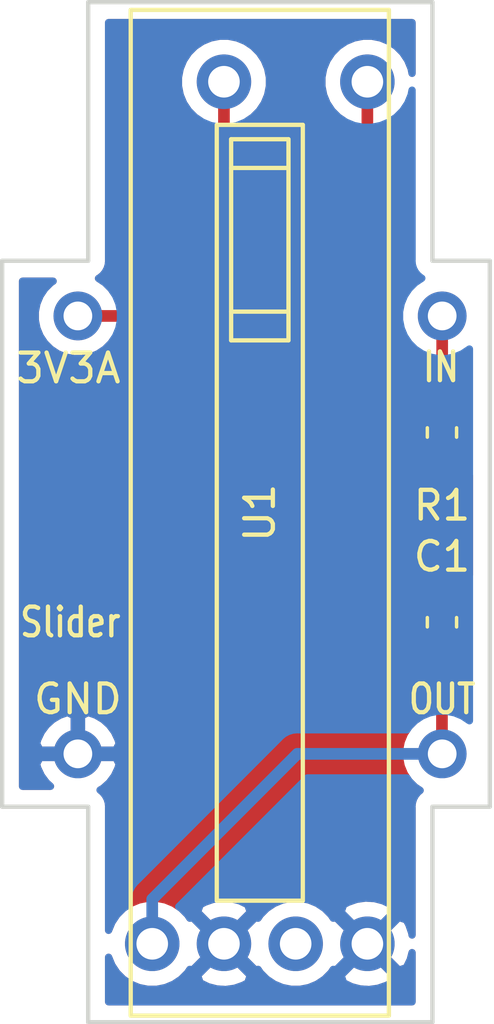
<source format=kicad_pcb>
(kicad_pcb (version 20171130) (host pcbnew "(5.1.9-0-10_14)")

  (general
    (thickness 1.6)
    (drawings 17)
    (tracks 13)
    (zones 0)
    (modules 7)
    (nets 7)
  )

  (page A4)
  (layers
    (0 F.Cu signal)
    (31 B.Cu signal)
    (32 B.Adhes user)
    (33 F.Adhes user)
    (34 B.Paste user)
    (35 F.Paste user)
    (36 B.SilkS user)
    (37 F.SilkS user)
    (38 B.Mask user)
    (39 F.Mask user)
    (40 Dwgs.User user)
    (41 Cmts.User user)
    (42 Eco1.User user)
    (43 Eco2.User user)
    (44 Edge.Cuts user)
    (45 Margin user)
    (46 B.CrtYd user hide)
    (47 F.CrtYd user hide)
    (48 B.Fab user hide)
    (49 F.Fab user hide)
  )

  (setup
    (last_trace_width 0.1524)
    (user_trace_width 0.1524)
    (user_trace_width 0.254)
    (user_trace_width 0.4064)
    (user_trace_width 0.635)
    (trace_clearance 0.1524)
    (zone_clearance 0.508)
    (zone_45_only no)
    (trace_min 0.1524)
    (via_size 0.6858)
    (via_drill 0.3048)
    (via_min_size 0.6858)
    (via_min_drill 0.3048)
    (uvia_size 0.3048)
    (uvia_drill 0.1524)
    (uvias_allowed no)
    (uvia_min_size 0.2)
    (uvia_min_drill 0.1)
    (edge_width 0.15)
    (segment_width 0.2)
    (pcb_text_width 0.3)
    (pcb_text_size 1.5 1.5)
    (mod_edge_width 0.15)
    (mod_text_size 1 1)
    (mod_text_width 0.15)
    (pad_size 1.7 1.7)
    (pad_drill 1)
    (pad_to_mask_clearance 0.2)
    (aux_axis_origin 0 0)
    (visible_elements FFFFFF7F)
    (pcbplotparams
      (layerselection 0x010fc_ffffffff)
      (usegerberextensions false)
      (usegerberattributes false)
      (usegerberadvancedattributes false)
      (creategerberjobfile false)
      (excludeedgelayer true)
      (linewidth 0.100000)
      (plotframeref false)
      (viasonmask false)
      (mode 1)
      (useauxorigin false)
      (hpglpennumber 1)
      (hpglpenspeed 20)
      (hpglpendiameter 15.000000)
      (psnegative false)
      (psa4output false)
      (plotreference true)
      (plotvalue true)
      (plotinvisibletext false)
      (padsonsilk false)
      (subtractmaskfromsilk false)
      (outputformat 1)
      (mirror false)
      (drillshape 1)
      (scaleselection 1)
      (outputdirectory ""))
  )

  (net 0 "")
  (net 1 GND)
  (net 2 +3V3)
  (net 3 OUT)
  (net 4 IN)
  (net 5 "Net-(R1-Pad2)")
  (net 6 "Net-(U1-Pad3)")

  (net_class Default "This is the default net class."
    (clearance 0.1524)
    (trace_width 0.1524)
    (via_dia 0.6858)
    (via_drill 0.3048)
    (uvia_dia 0.3048)
    (uvia_drill 0.1524)
    (diff_pair_width 0.1524)
    (diff_pair_gap 0.1524)
    (add_net +3V3)
    (add_net GND)
    (add_net IN)
    (add_net "Net-(R1-Pad2)")
    (add_net "Net-(U1-Pad3)")
    (add_net OUT)
  )

  (module Connector_PinHeader_2.54mm:PinHeader_1x01_P2.54mm_Vertical (layer B.Cu) (tedit 5FD66A3E) (tstamp 5FD72563)
    (at 116.34 73.16 90)
    (descr "Through hole straight pin header, 1x01, 2.54mm pitch, single row")
    (tags "Through hole pin header THT 1x01 2.54mm single row")
    (path /5FD66DA8)
    (fp_text reference J1 (at 0 2.33 90) (layer B.SilkS) hide
      (effects (font (size 1 1) (thickness 0.15)) (justify mirror))
    )
    (fp_text value OUT (at 0 -2.33 90) (layer B.Fab)
      (effects (font (size 1 1) (thickness 0.15)) (justify mirror))
    )
    (fp_line (start 1.8 1.8) (end -1.8 1.8) (layer B.CrtYd) (width 0.05))
    (fp_line (start 1.8 -1.8) (end 1.8 1.8) (layer B.CrtYd) (width 0.05))
    (fp_line (start -1.8 -1.8) (end 1.8 -1.8) (layer B.CrtYd) (width 0.05))
    (fp_line (start -1.8 1.8) (end -1.8 -1.8) (layer B.CrtYd) (width 0.05))
    (fp_line (start -1.27 0.635) (end -0.635 1.27) (layer B.Fab) (width 0.1))
    (fp_line (start -1.27 -1.27) (end -1.27 0.635) (layer B.Fab) (width 0.1))
    (fp_line (start 1.27 -1.27) (end -1.27 -1.27) (layer B.Fab) (width 0.1))
    (fp_line (start 1.27 1.27) (end 1.27 -1.27) (layer B.Fab) (width 0.1))
    (fp_line (start -0.635 1.27) (end 1.27 1.27) (layer B.Fab) (width 0.1))
    (fp_text user %R (at 0 0) (layer B.Fab)
      (effects (font (size 1 1) (thickness 0.15)) (justify mirror))
    )
    (pad 1 thru_hole oval (at 0 0 90) (size 1.7 1.7) (drill 1) (layers *.Cu *.Mask)
      (net 3 OUT))
    (model ${KISYS3DMOD}/Connector_PinHeader_2.54mm.3dshapes/PinHeader_1x01_P2.54mm_Vertical.wrl
      (at (xyz 0 0 0))
      (scale (xyz 1 1 1))
      (rotate (xyz 0 0 0))
    )
  )

  (module Connector_PinHeader_2.54mm:PinHeader_1x01_P2.54mm_Vertical (layer B.Cu) (tedit 5FD668A8) (tstamp 5FD7258B)
    (at 103.64 73.16)
    (descr "Through hole straight pin header, 1x01, 2.54mm pitch, single row")
    (tags "Through hole pin header THT 1x01 2.54mm single row")
    (path /5FD67065)
    (fp_text reference J4 (at 0 2.33) (layer B.SilkS) hide
      (effects (font (size 1 1) (thickness 0.15)) (justify mirror))
    )
    (fp_text value GND (at 0 -2.33) (layer B.Fab)
      (effects (font (size 1 1) (thickness 0.15)) (justify mirror))
    )
    (fp_line (start -0.635 1.27) (end 1.27 1.27) (layer B.Fab) (width 0.1))
    (fp_line (start 1.27 1.27) (end 1.27 -1.27) (layer B.Fab) (width 0.1))
    (fp_line (start 1.27 -1.27) (end -1.27 -1.27) (layer B.Fab) (width 0.1))
    (fp_line (start -1.27 -1.27) (end -1.27 0.635) (layer B.Fab) (width 0.1))
    (fp_line (start -1.27 0.635) (end -0.635 1.27) (layer B.Fab) (width 0.1))
    (fp_line (start -1.8 1.8) (end -1.8 -1.8) (layer B.CrtYd) (width 0.05))
    (fp_line (start -1.8 -1.8) (end 1.8 -1.8) (layer B.CrtYd) (width 0.05))
    (fp_line (start 1.8 -1.8) (end 1.8 1.8) (layer B.CrtYd) (width 0.05))
    (fp_line (start 1.8 1.8) (end -1.8 1.8) (layer B.CrtYd) (width 0.05))
    (fp_text user %R (at 0 0 -90) (layer B.Fab)
      (effects (font (size 1 1) (thickness 0.15)) (justify mirror))
    )
    (pad 1 thru_hole oval (at 0 0) (size 1.7 1.7) (drill 1) (layers *.Cu *.Mask)
      (net 1 GND))
    (model ${KISYS3DMOD}/Connector_PinHeader_2.54mm.3dshapes/PinHeader_1x01_P2.54mm_Vertical.wrl
      (at (xyz 0 0 0))
      (scale (xyz 1 1 1))
      (rotate (xyz 0 0 0))
    )
  )

  (module Connector_PinHeader_2.54mm:PinHeader_1x01_P2.54mm_Vertical (layer B.Cu) (tedit 5FCAE95B) (tstamp 5FCAF4A8)
    (at 116.34 57.92 90)
    (descr "Through hole straight pin header, 1x01, 2.54mm pitch, single row")
    (tags "Through hole pin header THT 1x01 2.54mm single row")
    (path /5FC933AD)
    (fp_text reference J2 (at 0 2.33 90) (layer B.SilkS) hide
      (effects (font (size 1 1) (thickness 0.15)) (justify mirror))
    )
    (fp_text value OUT (at 0 -2.33 90) (layer B.Fab)
      (effects (font (size 1 1) (thickness 0.15)) (justify mirror))
    )
    (fp_line (start 1.8 1.8) (end -1.8 1.8) (layer B.CrtYd) (width 0.05))
    (fp_line (start 1.8 -1.8) (end 1.8 1.8) (layer B.CrtYd) (width 0.05))
    (fp_line (start -1.8 -1.8) (end 1.8 -1.8) (layer B.CrtYd) (width 0.05))
    (fp_line (start -1.8 1.8) (end -1.8 -1.8) (layer B.CrtYd) (width 0.05))
    (fp_line (start -1.27 0.635) (end -0.635 1.27) (layer B.Fab) (width 0.1))
    (fp_line (start -1.27 -1.27) (end -1.27 0.635) (layer B.Fab) (width 0.1))
    (fp_line (start 1.27 -1.27) (end -1.27 -1.27) (layer B.Fab) (width 0.1))
    (fp_line (start 1.27 1.27) (end 1.27 -1.27) (layer B.Fab) (width 0.1))
    (fp_line (start -0.635 1.27) (end 1.27 1.27) (layer B.Fab) (width 0.1))
    (fp_text user %R (at 0 0) (layer B.Fab)
      (effects (font (size 1 1) (thickness 0.15)) (justify mirror))
    )
    (pad 1 thru_hole oval (at 0 0 90) (size 1.7 1.7) (drill 1) (layers *.Cu *.Mask)
      (net 4 IN))
    (model ${KISYS3DMOD}/Connector_PinHeader_2.54mm.3dshapes/PinHeader_1x01_P2.54mm_Vertical.wrl
      (at (xyz 0 0 0))
      (scale (xyz 1 1 1))
      (rotate (xyz 0 0 0))
    )
  )

  (module Connector_PinHeader_2.54mm:PinHeader_1x01_P2.54mm_Vertical (layer B.Cu) (tedit 5FCAE91A) (tstamp 5FCAF4BC)
    (at 103.64 57.92 270)
    (descr "Through hole straight pin header, 1x01, 2.54mm pitch, single row")
    (tags "Through hole pin header THT 1x01 2.54mm single row")
    (path /5FD66735)
    (fp_text reference J3 (at 0 2.33 270) (layer B.SilkS) hide
      (effects (font (size 1 1) (thickness 0.15)) (justify mirror))
    )
    (fp_text value GND (at 0 -2.33 270) (layer B.Fab)
      (effects (font (size 1 1) (thickness 0.15)) (justify mirror))
    )
    (fp_line (start -0.635 1.27) (end 1.27 1.27) (layer B.Fab) (width 0.1))
    (fp_line (start 1.27 1.27) (end 1.27 -1.27) (layer B.Fab) (width 0.1))
    (fp_line (start -1.27 -1.27) (end -1.27 0.635) (layer B.Fab) (width 0.1))
    (fp_line (start -1.27 0.635) (end -0.635 1.27) (layer B.Fab) (width 0.1))
    (fp_line (start -1.8 1.8) (end -1.8 -1.8) (layer B.CrtYd) (width 0.05))
    (fp_line (start -1.8 -1.8) (end 1.8 -1.8) (layer B.CrtYd) (width 0.05))
    (fp_line (start 1.8 -1.8) (end 1.8 1.8) (layer B.CrtYd) (width 0.05))
    (fp_line (start 1.8 1.8) (end -1.8 1.8) (layer B.CrtYd) (width 0.05))
    (fp_text user %R (at 0 0 180) (layer B.Fab)
      (effects (font (size 1 1) (thickness 0.15)) (justify mirror))
    )
    (pad 1 thru_hole oval (at 0 0 270) (size 1.7 1.7) (drill 1) (layers *.Cu *.Mask)
      (net 2 +3V3))
    (model ${KISYS3DMOD}/Connector_PinHeader_2.54mm.3dshapes/PinHeader_1x01_P2.54mm_Vertical.wrl
      (at (xyz 0 0 0))
      (scale (xyz 1 1 1))
      (rotate (xyz 0 0 0))
    )
  )

  (module Capacitor_SMD:C_0603_1608Metric (layer F.Cu) (tedit 5B301BBE) (tstamp 5FCB0D8A)
    (at 116.332 68.58 90)
    (descr "Capacitor SMD 0603 (1608 Metric), square (rectangular) end terminal, IPC_7351 nominal, (Body size source: http://www.tortai-tech.com/upload/download/2011102023233369053.pdf), generated with kicad-footprint-generator")
    (tags capacitor)
    (path /5FD66092)
    (attr smd)
    (fp_text reference C1 (at 2.286 0) (layer F.SilkS)
      (effects (font (size 1 1) (thickness 0.15)))
    )
    (fp_text value 100n (at 0 1.43 90) (layer F.Fab)
      (effects (font (size 1 1) (thickness 0.15)))
    )
    (fp_line (start 1.48 0.73) (end -1.48 0.73) (layer F.CrtYd) (width 0.05))
    (fp_line (start 1.48 -0.73) (end 1.48 0.73) (layer F.CrtYd) (width 0.05))
    (fp_line (start -1.48 -0.73) (end 1.48 -0.73) (layer F.CrtYd) (width 0.05))
    (fp_line (start -1.48 0.73) (end -1.48 -0.73) (layer F.CrtYd) (width 0.05))
    (fp_line (start -0.162779 0.51) (end 0.162779 0.51) (layer F.SilkS) (width 0.12))
    (fp_line (start -0.162779 -0.51) (end 0.162779 -0.51) (layer F.SilkS) (width 0.12))
    (fp_line (start 0.8 0.4) (end -0.8 0.4) (layer F.Fab) (width 0.1))
    (fp_line (start 0.8 -0.4) (end 0.8 0.4) (layer F.Fab) (width 0.1))
    (fp_line (start -0.8 -0.4) (end 0.8 -0.4) (layer F.Fab) (width 0.1))
    (fp_line (start -0.8 0.4) (end -0.8 -0.4) (layer F.Fab) (width 0.1))
    (fp_text user %R (at 0 0 90) (layer F.Fab)
      (effects (font (size 0.4 0.4) (thickness 0.06)))
    )
    (pad 1 smd roundrect (at -0.7875 0 90) (size 0.875 0.95) (layers F.Cu F.Paste F.Mask) (roundrect_rratio 0.25)
      (net 3 OUT))
    (pad 2 smd roundrect (at 0.7875 0 90) (size 0.875 0.95) (layers F.Cu F.Paste F.Mask) (roundrect_rratio 0.25)
      (net 1 GND))
    (model ${KISYS3DMOD}/Capacitor_SMD.3dshapes/C_0603_1608Metric.wrl
      (at (xyz 0 0 0))
      (scale (xyz 1 1 1))
      (rotate (xyz 0 0 0))
    )
  )

  (module Resistor_SMD:R_0603_1608Metric (layer F.Cu) (tedit 5B301BBD) (tstamp 5FD7240C)
    (at 116.332 61.976 270)
    (descr "Resistor SMD 0603 (1608 Metric), square (rectangular) end terminal, IPC_7351 nominal, (Body size source: http://www.tortai-tech.com/upload/download/2011102023233369053.pdf), generated with kicad-footprint-generator")
    (tags resistor)
    (path /5FD66488)
    (attr smd)
    (fp_text reference R1 (at 2.54 0) (layer F.SilkS)
      (effects (font (size 1 1) (thickness 0.15)))
    )
    (fp_text value 15k (at 0 1.43 270) (layer F.Fab)
      (effects (font (size 1 1) (thickness 0.15)))
    )
    (fp_line (start 1.48 0.73) (end -1.48 0.73) (layer F.CrtYd) (width 0.05))
    (fp_line (start 1.48 -0.73) (end 1.48 0.73) (layer F.CrtYd) (width 0.05))
    (fp_line (start -1.48 -0.73) (end 1.48 -0.73) (layer F.CrtYd) (width 0.05))
    (fp_line (start -1.48 0.73) (end -1.48 -0.73) (layer F.CrtYd) (width 0.05))
    (fp_line (start -0.162779 0.51) (end 0.162779 0.51) (layer F.SilkS) (width 0.12))
    (fp_line (start -0.162779 -0.51) (end 0.162779 -0.51) (layer F.SilkS) (width 0.12))
    (fp_line (start 0.8 0.4) (end -0.8 0.4) (layer F.Fab) (width 0.1))
    (fp_line (start 0.8 -0.4) (end 0.8 0.4) (layer F.Fab) (width 0.1))
    (fp_line (start -0.8 -0.4) (end 0.8 -0.4) (layer F.Fab) (width 0.1))
    (fp_line (start -0.8 0.4) (end -0.8 -0.4) (layer F.Fab) (width 0.1))
    (fp_text user %R (at 0 0 270) (layer F.Fab)
      (effects (font (size 0.4 0.4) (thickness 0.06)))
    )
    (pad 1 smd roundrect (at -0.7875 0 270) (size 0.875 0.95) (layers F.Cu F.Paste F.Mask) (roundrect_rratio 0.25)
      (net 4 IN))
    (pad 2 smd roundrect (at 0.7875 0 270) (size 0.875 0.95) (layers F.Cu F.Paste F.Mask) (roundrect_rratio 0.25)
      (net 5 "Net-(R1-Pad2)"))
    (model ${KISYS3DMOD}/Resistor_SMD.3dshapes/R_0603_1608Metric.wrl
      (at (xyz 0 0 0))
      (scale (xyz 1 1 1))
      (rotate (xyz 0 0 0))
    )
  )

  (module Package_Bourns:PTL20 (layer F.Cu) (tedit 5FD65C43) (tstamp 5FD729D0)
    (at 109.982 64.77 90)
    (path /5FD65E7D)
    (fp_text reference U1 (at 0 0 90) (layer F.SilkS)
      (effects (font (size 1 1) (thickness 0.15)))
    )
    (fp_text value PTL (at 0 -2.5 90) (layer F.Fab)
      (effects (font (size 1 1) (thickness 0.15)))
    )
    (fp_line (start 12 -1) (end 12 1) (layer F.SilkS) (width 0.15))
    (fp_line (start 7 -1) (end 7 1) (layer F.SilkS) (width 0.15))
    (fp_line (start 13 1) (end 13 -1) (layer F.SilkS) (width 0.15))
    (fp_line (start 6 1) (end 13 1) (layer F.SilkS) (width 0.15))
    (fp_line (start 6 -1) (end 6 1) (layer F.SilkS) (width 0.15))
    (fp_line (start 13 -1) (end 6 -1) (layer F.SilkS) (width 0.15))
    (fp_line (start -13.5 1.5) (end -13.5 -1.5) (layer F.SilkS) (width 0.15))
    (fp_line (start 13.5 1.5) (end -13.5 1.5) (layer F.SilkS) (width 0.15))
    (fp_line (start 13.5 -1.5) (end 13.5 1.5) (layer F.SilkS) (width 0.15))
    (fp_line (start -13.5 -1.5) (end 13.5 -1.5) (layer F.SilkS) (width 0.15))
    (fp_line (start -17.5 4.5) (end -17.5 -4.5) (layer F.SilkS) (width 0.15))
    (fp_line (start 17.5 4.5) (end -17.5 4.5) (layer F.SilkS) (width 0.15))
    (fp_line (start 17.5 -4.5) (end 17.5 4.5) (layer F.SilkS) (width 0.15))
    (fp_line (start -17.5 -4.5) (end 17.5 -4.5) (layer F.SilkS) (width 0.15))
    (pad 1 thru_hole circle (at -15 -3.75 90) (size 1.9 1.9) (drill 1.1) (layers *.Cu *.Mask)
      (net 3 OUT))
    (pad 2 thru_hole circle (at -15 -1.25 90) (size 1.9 1.9) (drill 1.1) (layers *.Cu *.Mask)
      (net 1 GND))
    (pad 3 thru_hole circle (at -15 1.25 90) (size 1.9 1.9) (drill 1.1) (layers *.Cu *.Mask)
      (net 6 "Net-(U1-Pad3)"))
    (pad 4 thru_hole circle (at -15 3.75 90) (size 1.9 1.9) (drill 1.1) (layers *.Cu *.Mask)
      (net 1 GND))
    (pad 5 thru_hole circle (at 15 3.75 90) (size 1.9 1.9) (drill 1.1) (layers *.Cu *.Mask)
      (net 5 "Net-(R1-Pad2)"))
    (pad 6 thru_hole circle (at 15 -1.25 90) (size 1.9 1.9) (drill 1.1) (layers *.Cu *.Mask)
      (net 2 +3V3))
  )

  (gr_line (start 116 56) (end 118 56) (layer Edge.Cuts) (width 0.15))
  (gr_line (start 116 47) (end 116 56) (layer Edge.Cuts) (width 0.15))
  (gr_line (start 104 47) (end 116 47) (layer Edge.Cuts) (width 0.15))
  (gr_line (start 104 56) (end 104 47) (layer Edge.Cuts) (width 0.15))
  (gr_line (start 101 56) (end 104 56) (layer Edge.Cuts) (width 0.15))
  (gr_line (start 116 75) (end 118 75) (layer Edge.Cuts) (width 0.15))
  (gr_line (start 116 82.5) (end 116 75) (layer Edge.Cuts) (width 0.15))
  (gr_line (start 104 82.5) (end 116 82.5) (layer Edge.Cuts) (width 0.15))
  (gr_line (start 104 75) (end 104 82.5) (layer Edge.Cuts) (width 0.15))
  (gr_line (start 101 75) (end 104 75) (layer Edge.Cuts) (width 0.15))
  (gr_text IN (at 116.3 59.7) (layer F.SilkS) (tstamp 5FCAF8E4)
    (effects (font (size 1 0.8) (thickness 0.15)))
  )
  (gr_text Slider (at 103.378 68.58) (layer F.SilkS) (tstamp 5FC9695F)
    (effects (font (size 1 0.8) (thickness 0.15)))
  )
  (gr_line (start 101 56) (end 101 75) (layer Edge.Cuts) (width 0.15))
  (gr_line (start 118 75) (end 118 56) (layer Edge.Cuts) (width 0.15))
  (gr_text OUT (at 116.34 71.255) (layer F.SilkS) (tstamp 5FCA3192)
    (effects (font (size 1 0.8) (thickness 0.15)))
  )
  (gr_text GND (at 103.64 71.255) (layer F.SilkS) (tstamp 5FCA3176)
    (effects (font (size 1 1) (thickness 0.15)))
  )
  (gr_text 3V3A (at 103.31 59.74) (layer F.SilkS) (tstamp 5FCAFDD6)
    (effects (font (size 1 1) (thickness 0.15)))
  )

  (segment (start 108.732 54.778) (end 108.732 49.77) (width 0.4064) (layer F.Cu) (net 2))
  (segment (start 105.59 57.92) (end 108.732 54.778) (width 0.4064) (layer F.Cu) (net 2))
  (segment (start 103.64 57.92) (end 105.59 57.92) (width 0.4064) (layer F.Cu) (net 2))
  (segment (start 111.29 73.16) (end 116.34 73.16) (width 0.4064) (layer B.Cu) (net 3))
  (segment (start 106.232 78.218) (end 111.29 73.16) (width 0.4064) (layer B.Cu) (net 3))
  (segment (start 106.232 79.77) (end 106.232 78.218) (width 0.4064) (layer B.Cu) (net 3))
  (segment (start 116.332 73.152) (end 116.34 73.16) (width 0.4064) (layer F.Cu) (net 3))
  (segment (start 116.332 69.3675) (end 116.332 73.152) (width 0.4064) (layer F.Cu) (net 3))
  (segment (start 116.34 61.1805) (end 116.332 61.1885) (width 0.4064) (layer F.Cu) (net 4))
  (segment (start 116.34 57.92) (end 116.34 61.1805) (width 0.4064) (layer F.Cu) (net 4))
  (segment (start 113.732 61.222) (end 113.732 49.77) (width 0.4064) (layer F.Cu) (net 5))
  (segment (start 115.2735 62.7635) (end 113.732 61.222) (width 0.4064) (layer F.Cu) (net 5))
  (segment (start 116.332 62.7635) (end 115.2735 62.7635) (width 0.4064) (layer F.Cu) (net 5))

  (zone (net 1) (net_name GND) (layer F.Cu) (tstamp 0) (hatch edge 0.508)
    (connect_pads (clearance 0.508))
    (min_thickness 0.254)
    (fill yes (arc_segments 16) (thermal_gap 0.508) (thermal_bridge_width 0.508))
    (polygon
      (pts
        (xy 101 56) (xy 104 56) (xy 104 47) (xy 116 47) (xy 116 56)
        (xy 118 56) (xy 118 75) (xy 116 75) (xy 116 82.5) (xy 104 82.5)
        (xy 104 75) (xy 101 75)
      )
    )
    (filled_polygon
      (pts
        (xy 115.29 49.478155) (xy 115.256089 49.307673) (xy 115.136609 49.019221) (xy 114.96315 48.759621) (xy 114.742379 48.53885)
        (xy 114.482779 48.365391) (xy 114.194327 48.245911) (xy 113.888109 48.185) (xy 113.575891 48.185) (xy 113.269673 48.245911)
        (xy 112.981221 48.365391) (xy 112.721621 48.53885) (xy 112.50085 48.759621) (xy 112.327391 49.019221) (xy 112.207911 49.307673)
        (xy 112.147 49.613891) (xy 112.147 49.926109) (xy 112.207911 50.232327) (xy 112.327391 50.520779) (xy 112.50085 50.780379)
        (xy 112.721621 51.00115) (xy 112.893801 51.116197) (xy 112.8938 61.180837) (xy 112.889746 61.222) (xy 112.8938 61.263163)
        (xy 112.8938 61.263169) (xy 112.905929 61.386315) (xy 112.953858 61.544316) (xy 113.031691 61.689931) (xy 113.136436 61.817564)
        (xy 113.168418 61.843811) (xy 114.651694 63.327087) (xy 114.677936 63.359064) (xy 114.805568 63.463809) (xy 114.951183 63.541642)
        (xy 115.109184 63.589571) (xy 115.23233 63.6017) (xy 115.232339 63.6017) (xy 115.273499 63.605754) (xy 115.314659 63.6017)
        (xy 115.486439 63.6017) (xy 115.599725 63.694671) (xy 115.747858 63.77385) (xy 115.908592 63.822608) (xy 116.07575 63.839072)
        (xy 116.58825 63.839072) (xy 116.755408 63.822608) (xy 116.916142 63.77385) (xy 117.064275 63.694671) (xy 117.194115 63.588115)
        (xy 117.290001 63.471277) (xy 117.29 66.942582) (xy 117.258185 66.903815) (xy 117.161494 66.824463) (xy 117.05118 66.765498)
        (xy 116.931482 66.729188) (xy 116.807 66.716928) (xy 116.61775 66.72) (xy 116.459 66.87875) (xy 116.459 67.6655)
        (xy 116.479 67.6655) (xy 116.479 67.9195) (xy 116.459 67.9195) (xy 116.459 67.9395) (xy 116.205 67.9395)
        (xy 116.205 67.9195) (xy 115.38075 67.9195) (xy 115.222 68.07825) (xy 115.218928 68.23) (xy 115.231188 68.354482)
        (xy 115.267498 68.47418) (xy 115.326463 68.584494) (xy 115.3811 68.65107) (xy 115.363329 68.672725) (xy 115.28415 68.820858)
        (xy 115.235392 68.981592) (xy 115.218928 69.14875) (xy 115.218928 69.58625) (xy 115.235392 69.753408) (xy 115.28415 69.914142)
        (xy 115.363329 70.062275) (xy 115.469885 70.192115) (xy 115.4938 70.211742) (xy 115.493801 71.939418) (xy 115.393368 72.006525)
        (xy 115.186525 72.213368) (xy 115.02401 72.456589) (xy 114.912068 72.726842) (xy 114.855 73.01374) (xy 114.855 73.30626)
        (xy 114.912068 73.593158) (xy 115.02401 73.863411) (xy 115.186525 74.106632) (xy 115.393368 74.313475) (xy 115.571953 74.432802)
        (xy 115.495525 74.495525) (xy 115.4068 74.603637) (xy 115.340872 74.72698) (xy 115.300273 74.860816) (xy 115.286565 75)
        (xy 115.290001 75.034887) (xy 115.29 79.466514) (xy 115.280184 79.396209) (xy 115.177513 79.101356) (xy 115.091042 78.939579)
        (xy 114.831752 78.849853) (xy 113.911605 79.77) (xy 114.831752 80.690147) (xy 115.091042 80.600421) (xy 115.226935 80.319329)
        (xy 115.29 80.076373) (xy 115.29 81.79) (xy 104.71 81.79) (xy 104.71 80.23737) (xy 104.827391 80.520779)
        (xy 105.00085 80.780379) (xy 105.221621 81.00115) (xy 105.481221 81.174609) (xy 105.769673 81.294089) (xy 106.075891 81.355)
        (xy 106.388109 81.355) (xy 106.694327 81.294089) (xy 106.982779 81.174609) (xy 107.242379 81.00115) (xy 107.373777 80.869752)
        (xy 107.811853 80.869752) (xy 107.901579 81.129042) (xy 108.182671 81.264935) (xy 108.484873 81.343379) (xy 108.796573 81.361359)
        (xy 109.105791 81.318184) (xy 109.400644 81.215513) (xy 109.562421 81.129042) (xy 109.652147 80.869752) (xy 108.732 79.949605)
        (xy 107.811853 80.869752) (xy 107.373777 80.869752) (xy 107.46315 80.780379) (xy 107.543875 80.659566) (xy 107.632248 80.690147)
        (xy 108.552395 79.77) (xy 108.911605 79.77) (xy 109.831752 80.690147) (xy 109.920125 80.659566) (xy 110.00085 80.780379)
        (xy 110.221621 81.00115) (xy 110.481221 81.174609) (xy 110.769673 81.294089) (xy 111.075891 81.355) (xy 111.388109 81.355)
        (xy 111.694327 81.294089) (xy 111.982779 81.174609) (xy 112.242379 81.00115) (xy 112.373777 80.869752) (xy 112.811853 80.869752)
        (xy 112.901579 81.129042) (xy 113.182671 81.264935) (xy 113.484873 81.343379) (xy 113.796573 81.361359) (xy 114.105791 81.318184)
        (xy 114.400644 81.215513) (xy 114.562421 81.129042) (xy 114.652147 80.869752) (xy 113.732 79.949605) (xy 112.811853 80.869752)
        (xy 112.373777 80.869752) (xy 112.46315 80.780379) (xy 112.543875 80.659566) (xy 112.632248 80.690147) (xy 113.552395 79.77)
        (xy 112.632248 78.849853) (xy 112.543875 78.880434) (xy 112.46315 78.759621) (xy 112.373777 78.670248) (xy 112.811853 78.670248)
        (xy 113.732 79.590395) (xy 114.652147 78.670248) (xy 114.562421 78.410958) (xy 114.281329 78.275065) (xy 113.979127 78.196621)
        (xy 113.667427 78.178641) (xy 113.358209 78.221816) (xy 113.063356 78.324487) (xy 112.901579 78.410958) (xy 112.811853 78.670248)
        (xy 112.373777 78.670248) (xy 112.242379 78.53885) (xy 111.982779 78.365391) (xy 111.694327 78.245911) (xy 111.388109 78.185)
        (xy 111.075891 78.185) (xy 110.769673 78.245911) (xy 110.481221 78.365391) (xy 110.221621 78.53885) (xy 110.00085 78.759621)
        (xy 109.920125 78.880434) (xy 109.831752 78.849853) (xy 108.911605 79.77) (xy 108.552395 79.77) (xy 107.632248 78.849853)
        (xy 107.543875 78.880434) (xy 107.46315 78.759621) (xy 107.373777 78.670248) (xy 107.811853 78.670248) (xy 108.732 79.590395)
        (xy 109.652147 78.670248) (xy 109.562421 78.410958) (xy 109.281329 78.275065) (xy 108.979127 78.196621) (xy 108.667427 78.178641)
        (xy 108.358209 78.221816) (xy 108.063356 78.324487) (xy 107.901579 78.410958) (xy 107.811853 78.670248) (xy 107.373777 78.670248)
        (xy 107.242379 78.53885) (xy 106.982779 78.365391) (xy 106.694327 78.245911) (xy 106.388109 78.185) (xy 106.075891 78.185)
        (xy 105.769673 78.245911) (xy 105.481221 78.365391) (xy 105.221621 78.53885) (xy 105.00085 78.759621) (xy 104.827391 79.019221)
        (xy 104.71 79.30263) (xy 104.71 75.034876) (xy 104.713435 75) (xy 104.699727 74.860816) (xy 104.659128 74.72698)
        (xy 104.5932 74.603637) (xy 104.504475 74.495525) (xy 104.412483 74.42003) (xy 104.521355 74.355178) (xy 104.737588 74.160269)
        (xy 104.911641 73.92692) (xy 105.036825 73.664099) (xy 105.081476 73.51689) (xy 104.960155 73.287) (xy 103.767 73.287)
        (xy 103.767 73.307) (xy 103.513 73.307) (xy 103.513 73.287) (xy 102.319845 73.287) (xy 102.198524 73.51689)
        (xy 102.243175 73.664099) (xy 102.368359 73.92692) (xy 102.542412 74.160269) (xy 102.686336 74.29) (xy 101.71 74.29)
        (xy 101.71 72.80311) (xy 102.198524 72.80311) (xy 102.319845 73.033) (xy 103.513 73.033) (xy 103.513 71.839186)
        (xy 103.767 71.839186) (xy 103.767 73.033) (xy 104.960155 73.033) (xy 105.081476 72.80311) (xy 105.036825 72.655901)
        (xy 104.911641 72.39308) (xy 104.737588 72.159731) (xy 104.521355 71.964822) (xy 104.271252 71.815843) (xy 103.996891 71.718519)
        (xy 103.767 71.839186) (xy 103.513 71.839186) (xy 103.283109 71.718519) (xy 103.008748 71.815843) (xy 102.758645 71.964822)
        (xy 102.542412 72.159731) (xy 102.368359 72.39308) (xy 102.243175 72.655901) (xy 102.198524 72.80311) (xy 101.71 72.80311)
        (xy 101.71 67.355) (xy 115.218928 67.355) (xy 115.222 67.50675) (xy 115.38075 67.6655) (xy 116.205 67.6655)
        (xy 116.205 66.87875) (xy 116.04625 66.72) (xy 115.857 66.716928) (xy 115.732518 66.729188) (xy 115.61282 66.765498)
        (xy 115.502506 66.824463) (xy 115.405815 66.903815) (xy 115.326463 67.000506) (xy 115.267498 67.11082) (xy 115.231188 67.230518)
        (xy 115.218928 67.355) (xy 101.71 67.355) (xy 101.71 56.71) (xy 102.777964 56.71) (xy 102.693368 56.766525)
        (xy 102.486525 56.973368) (xy 102.32401 57.216589) (xy 102.212068 57.486842) (xy 102.155 57.77374) (xy 102.155 58.06626)
        (xy 102.212068 58.353158) (xy 102.32401 58.623411) (xy 102.486525 58.866632) (xy 102.693368 59.073475) (xy 102.936589 59.23599)
        (xy 103.206842 59.347932) (xy 103.49374 59.405) (xy 103.78626 59.405) (xy 104.073158 59.347932) (xy 104.343411 59.23599)
        (xy 104.586632 59.073475) (xy 104.793475 58.866632) (xy 104.865927 58.7582) (xy 105.548837 58.7582) (xy 105.59 58.762254)
        (xy 105.631163 58.7582) (xy 105.63117 58.7582) (xy 105.754316 58.746071) (xy 105.912317 58.698142) (xy 106.057932 58.620309)
        (xy 106.185564 58.515564) (xy 106.211811 58.483582) (xy 109.295589 55.399805) (xy 109.327564 55.373564) (xy 109.387713 55.300273)
        (xy 109.432309 55.245932) (xy 109.510142 55.100317) (xy 109.558071 54.942316) (xy 109.558071 54.942315) (xy 109.5702 54.81917)
        (xy 109.5702 54.819164) (xy 109.574254 54.778001) (xy 109.5702 54.736838) (xy 109.5702 51.116196) (xy 109.742379 51.00115)
        (xy 109.96315 50.780379) (xy 110.136609 50.520779) (xy 110.256089 50.232327) (xy 110.317 49.926109) (xy 110.317 49.613891)
        (xy 110.256089 49.307673) (xy 110.136609 49.019221) (xy 109.96315 48.759621) (xy 109.742379 48.53885) (xy 109.482779 48.365391)
        (xy 109.194327 48.245911) (xy 108.888109 48.185) (xy 108.575891 48.185) (xy 108.269673 48.245911) (xy 107.981221 48.365391)
        (xy 107.721621 48.53885) (xy 107.50085 48.759621) (xy 107.327391 49.019221) (xy 107.207911 49.307673) (xy 107.147 49.613891)
        (xy 107.147 49.926109) (xy 107.207911 50.232327) (xy 107.327391 50.520779) (xy 107.50085 50.780379) (xy 107.721621 51.00115)
        (xy 107.893801 51.116197) (xy 107.8938 54.430806) (xy 105.242807 57.0818) (xy 104.865927 57.0818) (xy 104.793475 56.973368)
        (xy 104.586632 56.766525) (xy 104.357956 56.613729) (xy 104.396363 56.5932) (xy 104.504475 56.504475) (xy 104.5932 56.396363)
        (xy 104.659128 56.27302) (xy 104.699727 56.139184) (xy 104.713435 56) (xy 104.71 55.965123) (xy 104.71 47.71)
        (xy 115.29 47.71)
      )
    )
  )
  (zone (net 1) (net_name GND) (layer B.Cu) (tstamp 0) (hatch edge 0.508)
    (connect_pads (clearance 0.508))
    (min_thickness 0.254)
    (fill yes (arc_segments 16) (thermal_gap 0.508) (thermal_bridge_width 0.508))
    (polygon
      (pts
        (xy 101 56) (xy 104 56) (xy 104 47) (xy 116 47) (xy 116 56)
        (xy 118 56) (xy 118 75) (xy 116 75) (xy 116 82.5) (xy 104 82.5)
        (xy 104 75) (xy 101 75)
      )
    )
    (filled_polygon
      (pts
        (xy 115.186525 74.106632) (xy 115.393368 74.313475) (xy 115.571953 74.432802) (xy 115.495525 74.495525) (xy 115.4068 74.603637)
        (xy 115.340872 74.72698) (xy 115.300273 74.860816) (xy 115.286565 75) (xy 115.290001 75.034887) (xy 115.29 79.466514)
        (xy 115.280184 79.396209) (xy 115.177513 79.101356) (xy 115.091042 78.939579) (xy 114.831752 78.849853) (xy 113.911605 79.77)
        (xy 114.831752 80.690147) (xy 115.091042 80.600421) (xy 115.226935 80.319329) (xy 115.29 80.076373) (xy 115.29 81.79)
        (xy 104.71 81.79) (xy 104.71 80.23737) (xy 104.827391 80.520779) (xy 105.00085 80.780379) (xy 105.221621 81.00115)
        (xy 105.481221 81.174609) (xy 105.769673 81.294089) (xy 106.075891 81.355) (xy 106.388109 81.355) (xy 106.694327 81.294089)
        (xy 106.982779 81.174609) (xy 107.242379 81.00115) (xy 107.373777 80.869752) (xy 107.811853 80.869752) (xy 107.901579 81.129042)
        (xy 108.182671 81.264935) (xy 108.484873 81.343379) (xy 108.796573 81.361359) (xy 109.105791 81.318184) (xy 109.400644 81.215513)
        (xy 109.562421 81.129042) (xy 109.652147 80.869752) (xy 108.732 79.949605) (xy 107.811853 80.869752) (xy 107.373777 80.869752)
        (xy 107.46315 80.780379) (xy 107.543875 80.659566) (xy 107.632248 80.690147) (xy 108.552395 79.77) (xy 108.911605 79.77)
        (xy 109.831752 80.690147) (xy 109.920125 80.659566) (xy 110.00085 80.780379) (xy 110.221621 81.00115) (xy 110.481221 81.174609)
        (xy 110.769673 81.294089) (xy 111.075891 81.355) (xy 111.388109 81.355) (xy 111.694327 81.294089) (xy 111.982779 81.174609)
        (xy 112.242379 81.00115) (xy 112.373777 80.869752) (xy 112.811853 80.869752) (xy 112.901579 81.129042) (xy 113.182671 81.264935)
        (xy 113.484873 81.343379) (xy 113.796573 81.361359) (xy 114.105791 81.318184) (xy 114.400644 81.215513) (xy 114.562421 81.129042)
        (xy 114.652147 80.869752) (xy 113.732 79.949605) (xy 112.811853 80.869752) (xy 112.373777 80.869752) (xy 112.46315 80.780379)
        (xy 112.543875 80.659566) (xy 112.632248 80.690147) (xy 113.552395 79.77) (xy 112.632248 78.849853) (xy 112.543875 78.880434)
        (xy 112.46315 78.759621) (xy 112.373777 78.670248) (xy 112.811853 78.670248) (xy 113.732 79.590395) (xy 114.652147 78.670248)
        (xy 114.562421 78.410958) (xy 114.281329 78.275065) (xy 113.979127 78.196621) (xy 113.667427 78.178641) (xy 113.358209 78.221816)
        (xy 113.063356 78.324487) (xy 112.901579 78.410958) (xy 112.811853 78.670248) (xy 112.373777 78.670248) (xy 112.242379 78.53885)
        (xy 111.982779 78.365391) (xy 111.694327 78.245911) (xy 111.388109 78.185) (xy 111.075891 78.185) (xy 110.769673 78.245911)
        (xy 110.481221 78.365391) (xy 110.221621 78.53885) (xy 110.00085 78.759621) (xy 109.920125 78.880434) (xy 109.831752 78.849853)
        (xy 108.911605 79.77) (xy 108.552395 79.77) (xy 107.632248 78.849853) (xy 107.543875 78.880434) (xy 107.46315 78.759621)
        (xy 107.373777 78.670248) (xy 107.811853 78.670248) (xy 108.732 79.590395) (xy 109.652147 78.670248) (xy 109.562421 78.410958)
        (xy 109.281329 78.275065) (xy 108.979127 78.196621) (xy 108.667427 78.178641) (xy 108.358209 78.221816) (xy 108.063356 78.324487)
        (xy 107.901579 78.410958) (xy 107.811853 78.670248) (xy 107.373777 78.670248) (xy 107.242379 78.53885) (xy 107.154957 78.480436)
        (xy 111.637194 73.9982) (xy 115.114073 73.9982)
      )
    )
    (filled_polygon
      (pts
        (xy 115.29 49.478155) (xy 115.256089 49.307673) (xy 115.136609 49.019221) (xy 114.96315 48.759621) (xy 114.742379 48.53885)
        (xy 114.482779 48.365391) (xy 114.194327 48.245911) (xy 113.888109 48.185) (xy 113.575891 48.185) (xy 113.269673 48.245911)
        (xy 112.981221 48.365391) (xy 112.721621 48.53885) (xy 112.50085 48.759621) (xy 112.327391 49.019221) (xy 112.207911 49.307673)
        (xy 112.147 49.613891) (xy 112.147 49.926109) (xy 112.207911 50.232327) (xy 112.327391 50.520779) (xy 112.50085 50.780379)
        (xy 112.721621 51.00115) (xy 112.981221 51.174609) (xy 113.269673 51.294089) (xy 113.575891 51.355) (xy 113.888109 51.355)
        (xy 114.194327 51.294089) (xy 114.482779 51.174609) (xy 114.742379 51.00115) (xy 114.96315 50.780379) (xy 115.136609 50.520779)
        (xy 115.256089 50.232327) (xy 115.29 50.061844) (xy 115.290001 55.965113) (xy 115.286565 56) (xy 115.300273 56.139184)
        (xy 115.340872 56.27302) (xy 115.4068 56.396363) (xy 115.495525 56.504475) (xy 115.603637 56.5932) (xy 115.630932 56.60779)
        (xy 115.393368 56.766525) (xy 115.186525 56.973368) (xy 115.02401 57.216589) (xy 114.912068 57.486842) (xy 114.855 57.77374)
        (xy 114.855 58.06626) (xy 114.912068 58.353158) (xy 115.02401 58.623411) (xy 115.186525 58.866632) (xy 115.393368 59.073475)
        (xy 115.636589 59.23599) (xy 115.906842 59.347932) (xy 116.19374 59.405) (xy 116.48626 59.405) (xy 116.773158 59.347932)
        (xy 117.043411 59.23599) (xy 117.286632 59.073475) (xy 117.290001 59.070106) (xy 117.29 72.009893) (xy 117.286632 72.006525)
        (xy 117.043411 71.84401) (xy 116.773158 71.732068) (xy 116.48626 71.675) (xy 116.19374 71.675) (xy 115.906842 71.732068)
        (xy 115.636589 71.84401) (xy 115.393368 72.006525) (xy 115.186525 72.213368) (xy 115.114073 72.3218) (xy 111.331159 72.3218)
        (xy 111.289999 72.317746) (xy 111.248839 72.3218) (xy 111.24883 72.3218) (xy 111.125684 72.333929) (xy 110.967683 72.381858)
        (xy 110.822068 72.459691) (xy 110.694436 72.564436) (xy 110.668194 72.596412) (xy 105.668413 77.596194) (xy 105.636437 77.622436)
        (xy 105.610195 77.654412) (xy 105.610192 77.654415) (xy 105.531691 77.750069) (xy 105.453858 77.895684) (xy 105.405929 78.053685)
        (xy 105.389746 78.218) (xy 105.393801 78.259172) (xy 105.393801 78.423803) (xy 105.221621 78.53885) (xy 105.00085 78.759621)
        (xy 104.827391 79.019221) (xy 104.71 79.30263) (xy 104.71 75.034876) (xy 104.713435 75) (xy 104.699727 74.860816)
        (xy 104.659128 74.72698) (xy 104.5932 74.603637) (xy 104.504475 74.495525) (xy 104.412483 74.42003) (xy 104.521355 74.355178)
        (xy 104.737588 74.160269) (xy 104.911641 73.92692) (xy 105.036825 73.664099) (xy 105.081476 73.51689) (xy 104.960155 73.287)
        (xy 103.767 73.287) (xy 103.767 73.307) (xy 103.513 73.307) (xy 103.513 73.287) (xy 102.319845 73.287)
        (xy 102.198524 73.51689) (xy 102.243175 73.664099) (xy 102.368359 73.92692) (xy 102.542412 74.160269) (xy 102.686336 74.29)
        (xy 101.71 74.29) (xy 101.71 72.80311) (xy 102.198524 72.80311) (xy 102.319845 73.033) (xy 103.513 73.033)
        (xy 103.513 71.839186) (xy 103.767 71.839186) (xy 103.767 73.033) (xy 104.960155 73.033) (xy 105.081476 72.80311)
        (xy 105.036825 72.655901) (xy 104.911641 72.39308) (xy 104.737588 72.159731) (xy 104.521355 71.964822) (xy 104.271252 71.815843)
        (xy 103.996891 71.718519) (xy 103.767 71.839186) (xy 103.513 71.839186) (xy 103.283109 71.718519) (xy 103.008748 71.815843)
        (xy 102.758645 71.964822) (xy 102.542412 72.159731) (xy 102.368359 72.39308) (xy 102.243175 72.655901) (xy 102.198524 72.80311)
        (xy 101.71 72.80311) (xy 101.71 56.71) (xy 102.777964 56.71) (xy 102.693368 56.766525) (xy 102.486525 56.973368)
        (xy 102.32401 57.216589) (xy 102.212068 57.486842) (xy 102.155 57.77374) (xy 102.155 58.06626) (xy 102.212068 58.353158)
        (xy 102.32401 58.623411) (xy 102.486525 58.866632) (xy 102.693368 59.073475) (xy 102.936589 59.23599) (xy 103.206842 59.347932)
        (xy 103.49374 59.405) (xy 103.78626 59.405) (xy 104.073158 59.347932) (xy 104.343411 59.23599) (xy 104.586632 59.073475)
        (xy 104.793475 58.866632) (xy 104.95599 58.623411) (xy 105.067932 58.353158) (xy 105.125 58.06626) (xy 105.125 57.77374)
        (xy 105.067932 57.486842) (xy 104.95599 57.216589) (xy 104.793475 56.973368) (xy 104.586632 56.766525) (xy 104.357956 56.613729)
        (xy 104.396363 56.5932) (xy 104.504475 56.504475) (xy 104.5932 56.396363) (xy 104.659128 56.27302) (xy 104.699727 56.139184)
        (xy 104.713435 56) (xy 104.71 55.965123) (xy 104.71 49.613891) (xy 107.147 49.613891) (xy 107.147 49.926109)
        (xy 107.207911 50.232327) (xy 107.327391 50.520779) (xy 107.50085 50.780379) (xy 107.721621 51.00115) (xy 107.981221 51.174609)
        (xy 108.269673 51.294089) (xy 108.575891 51.355) (xy 108.888109 51.355) (xy 109.194327 51.294089) (xy 109.482779 51.174609)
        (xy 109.742379 51.00115) (xy 109.96315 50.780379) (xy 110.136609 50.520779) (xy 110.256089 50.232327) (xy 110.317 49.926109)
        (xy 110.317 49.613891) (xy 110.256089 49.307673) (xy 110.136609 49.019221) (xy 109.96315 48.759621) (xy 109.742379 48.53885)
        (xy 109.482779 48.365391) (xy 109.194327 48.245911) (xy 108.888109 48.185) (xy 108.575891 48.185) (xy 108.269673 48.245911)
        (xy 107.981221 48.365391) (xy 107.721621 48.53885) (xy 107.50085 48.759621) (xy 107.327391 49.019221) (xy 107.207911 49.307673)
        (xy 107.147 49.613891) (xy 104.71 49.613891) (xy 104.71 47.71) (xy 115.29 47.71)
      )
    )
  )
)

</source>
